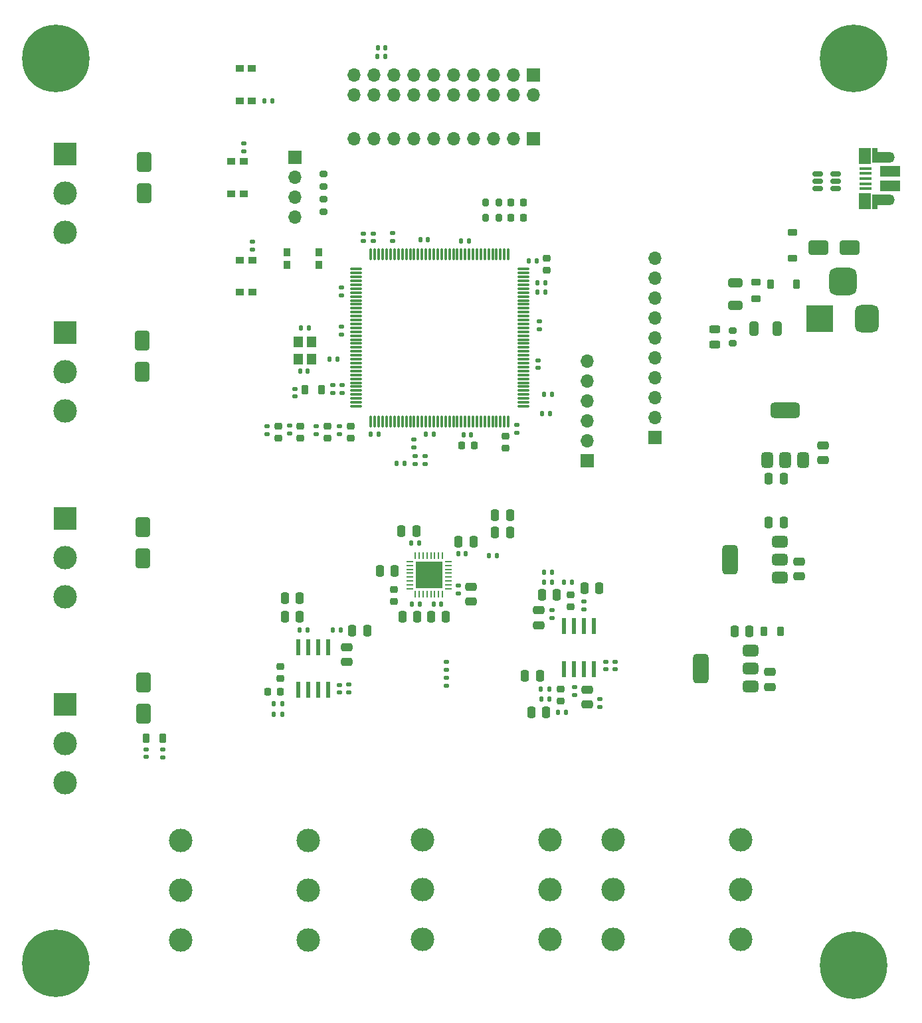
<source format=gbr>
%TF.GenerationSoftware,KiCad,Pcbnew,8.0.5*%
%TF.CreationDate,2024-11-23T22:59:17+07:00*%
%TF.ProjectId,Audio Processor V4,41756469-6f20-4507-926f-636573736f72,rev?*%
%TF.SameCoordinates,Original*%
%TF.FileFunction,Soldermask,Top*%
%TF.FilePolarity,Negative*%
%FSLAX46Y46*%
G04 Gerber Fmt 4.6, Leading zero omitted, Abs format (unit mm)*
G04 Created by KiCad (PCBNEW 8.0.5) date 2024-11-23 22:59:17*
%MOMM*%
%LPD*%
G01*
G04 APERTURE LIST*
G04 Aperture macros list*
%AMRoundRect*
0 Rectangle with rounded corners*
0 $1 Rounding radius*
0 $2 $3 $4 $5 $6 $7 $8 $9 X,Y pos of 4 corners*
0 Add a 4 corners polygon primitive as box body*
4,1,4,$2,$3,$4,$5,$6,$7,$8,$9,$2,$3,0*
0 Add four circle primitives for the rounded corners*
1,1,$1+$1,$2,$3*
1,1,$1+$1,$4,$5*
1,1,$1+$1,$6,$7*
1,1,$1+$1,$8,$9*
0 Add four rect primitives between the rounded corners*
20,1,$1+$1,$2,$3,$4,$5,0*
20,1,$1+$1,$4,$5,$6,$7,0*
20,1,$1+$1,$6,$7,$8,$9,0*
20,1,$1+$1,$8,$9,$2,$3,0*%
G04 Aperture macros list end*
%ADD10R,1.700000X1.700000*%
%ADD11O,1.700000X1.700000*%
%ADD12RoundRect,0.225000X-0.250000X0.225000X-0.250000X-0.225000X0.250000X-0.225000X0.250000X0.225000X0*%
%ADD13RoundRect,0.135000X-0.185000X0.135000X-0.185000X-0.135000X0.185000X-0.135000X0.185000X0.135000X0*%
%ADD14R,0.600000X2.000000*%
%ADD15RoundRect,0.140000X0.170000X-0.140000X0.170000X0.140000X-0.170000X0.140000X-0.170000X-0.140000X0*%
%ADD16RoundRect,0.135000X-0.135000X-0.185000X0.135000X-0.185000X0.135000X0.185000X-0.135000X0.185000X0*%
%ADD17RoundRect,0.250000X0.250000X0.475000X-0.250000X0.475000X-0.250000X-0.475000X0.250000X-0.475000X0*%
%ADD18RoundRect,0.135000X0.185000X-0.135000X0.185000X0.135000X-0.185000X0.135000X-0.185000X-0.135000X0*%
%ADD19RoundRect,0.250000X0.475000X-0.250000X0.475000X0.250000X-0.475000X0.250000X-0.475000X-0.250000X0*%
%ADD20RoundRect,0.200000X0.200000X0.275000X-0.200000X0.275000X-0.200000X-0.275000X0.200000X-0.275000X0*%
%ADD21RoundRect,0.250000X-0.250000X-0.475000X0.250000X-0.475000X0.250000X0.475000X-0.250000X0.475000X0*%
%ADD22RoundRect,0.140000X-0.140000X-0.170000X0.140000X-0.170000X0.140000X0.170000X-0.140000X0.170000X0*%
%ADD23C,0.900000*%
%ADD24C,8.600000*%
%ADD25R,3.000000X3.000000*%
%ADD26C,3.000000*%
%ADD27RoundRect,0.140000X0.140000X0.170000X-0.140000X0.170000X-0.140000X-0.170000X0.140000X-0.170000X0*%
%ADD28RoundRect,0.218750X-0.381250X0.218750X-0.381250X-0.218750X0.381250X-0.218750X0.381250X0.218750X0*%
%ADD29R,1.200000X1.400000*%
%ADD30R,1.000000X0.900000*%
%ADD31RoundRect,0.225000X0.250000X-0.225000X0.250000X0.225000X-0.250000X0.225000X-0.250000X-0.225000X0*%
%ADD32RoundRect,0.218750X0.218750X0.256250X-0.218750X0.256250X-0.218750X-0.256250X0.218750X-0.256250X0*%
%ADD33RoundRect,0.140000X-0.170000X0.140000X-0.170000X-0.140000X0.170000X-0.140000X0.170000X0.140000X0*%
%ADD34RoundRect,0.135000X0.135000X0.185000X-0.135000X0.185000X-0.135000X-0.185000X0.135000X-0.185000X0*%
%ADD35RoundRect,0.243750X-0.456250X0.243750X-0.456250X-0.243750X0.456250X-0.243750X0.456250X0.243750X0*%
%ADD36RoundRect,0.200000X0.275000X-0.200000X0.275000X0.200000X-0.275000X0.200000X-0.275000X-0.200000X0*%
%ADD37RoundRect,0.218750X0.218750X0.381250X-0.218750X0.381250X-0.218750X-0.381250X0.218750X-0.381250X0*%
%ADD38RoundRect,0.250000X-0.475000X0.250000X-0.475000X-0.250000X0.475000X-0.250000X0.475000X0.250000X0*%
%ADD39RoundRect,0.250000X-0.650000X1.000000X-0.650000X-1.000000X0.650000X-1.000000X0.650000X1.000000X0*%
%ADD40RoundRect,0.375000X0.625000X0.375000X-0.625000X0.375000X-0.625000X-0.375000X0.625000X-0.375000X0*%
%ADD41RoundRect,0.500000X0.500000X1.400000X-0.500000X1.400000X-0.500000X-1.400000X0.500000X-1.400000X0*%
%ADD42RoundRect,0.250000X-1.000000X-0.650000X1.000000X-0.650000X1.000000X0.650000X-1.000000X0.650000X0*%
%ADD43RoundRect,0.375000X0.375000X-0.625000X0.375000X0.625000X-0.375000X0.625000X-0.375000X-0.625000X0*%
%ADD44RoundRect,0.500000X1.400000X-0.500000X1.400000X0.500000X-1.400000X0.500000X-1.400000X-0.500000X0*%
%ADD45RoundRect,0.062500X-0.062500X0.337500X-0.062500X-0.337500X0.062500X-0.337500X0.062500X0.337500X0*%
%ADD46RoundRect,0.062500X-0.337500X0.062500X-0.337500X-0.062500X0.337500X-0.062500X0.337500X0.062500X0*%
%ADD47R,3.500000X3.500000*%
%ADD48RoundRect,0.225000X-0.225000X-0.375000X0.225000X-0.375000X0.225000X0.375000X-0.225000X0.375000X0*%
%ADD49RoundRect,0.150000X0.512500X0.150000X-0.512500X0.150000X-0.512500X-0.150000X0.512500X-0.150000X0*%
%ADD50RoundRect,0.218750X-0.218750X-0.381250X0.218750X-0.381250X0.218750X0.381250X-0.218750X0.381250X0*%
%ADD51RoundRect,0.250000X-0.650000X0.325000X-0.650000X-0.325000X0.650000X-0.325000X0.650000X0.325000X0*%
%ADD52RoundRect,0.225000X0.375000X-0.225000X0.375000X0.225000X-0.375000X0.225000X-0.375000X-0.225000X0*%
%ADD53RoundRect,0.750000X0.750000X1.000000X-0.750000X1.000000X-0.750000X-1.000000X0.750000X-1.000000X0*%
%ADD54RoundRect,0.875000X0.875000X0.875000X-0.875000X0.875000X-0.875000X-0.875000X0.875000X-0.875000X0*%
%ADD55RoundRect,0.225000X0.225000X0.250000X-0.225000X0.250000X-0.225000X-0.250000X0.225000X-0.250000X0*%
%ADD56RoundRect,0.250000X-0.325000X-0.650000X0.325000X-0.650000X0.325000X0.650000X-0.325000X0.650000X0*%
%ADD57R,0.900000X1.000000*%
%ADD58RoundRect,0.075000X-0.662500X-0.075000X0.662500X-0.075000X0.662500X0.075000X-0.662500X0.075000X0*%
%ADD59RoundRect,0.075000X-0.075000X-0.662500X0.075000X-0.662500X0.075000X0.662500X-0.075000X0.662500X0*%
%ADD60R,1.650000X0.400000*%
%ADD61R,0.700000X1.825000*%
%ADD62R,1.500000X2.000000*%
%ADD63R,2.000000X1.350000*%
%ADD64O,1.700000X1.350000*%
%ADD65O,1.500000X1.100000*%
%ADD66R,2.500000X1.430000*%
G04 APERTURE END LIST*
D10*
%TO.C,J2*%
X122029581Y-121430000D03*
D11*
X122029581Y-118890000D03*
X122029581Y-116350000D03*
X122029581Y-113810000D03*
X122029581Y-111270000D03*
X122029581Y-108730000D03*
%TD*%
D12*
%TO.C,C3*%
X111649581Y-118320000D03*
X111649581Y-119870000D03*
%TD*%
D13*
%TO.C,R27*%
X84134581Y-116980000D03*
X84134581Y-118000000D03*
%TD*%
D14*
%TO.C,U12*%
X122939581Y-142555000D03*
X121669581Y-142555000D03*
X120399581Y-142555000D03*
X119129581Y-142555000D03*
X119129581Y-148005000D03*
X120399581Y-148005000D03*
X121669581Y-148005000D03*
X122939581Y-148005000D03*
%TD*%
D15*
%TO.C,C54*%
X90829581Y-112775000D03*
X90829581Y-111815000D03*
%TD*%
D16*
%TO.C,R25*%
X116544581Y-112970000D03*
X117564581Y-112970000D03*
%TD*%
D17*
%TO.C,C29*%
X104019581Y-141370000D03*
X102119581Y-141370000D03*
%TD*%
D12*
%TO.C,C68*%
X118629581Y-150555000D03*
X118629581Y-152105000D03*
%TD*%
D18*
%TO.C,R1*%
X97289581Y-93440000D03*
X97289581Y-92420000D03*
%TD*%
D19*
%TO.C,C70*%
X122059581Y-152530000D03*
X122059581Y-150630000D03*
%TD*%
D20*
%TO.C,R2*%
X110779581Y-90470000D03*
X109129581Y-90470000D03*
%TD*%
D21*
%TO.C,C35*%
X98379581Y-130395000D03*
X100279581Y-130395000D03*
%TD*%
D17*
%TO.C,C64*%
X85404581Y-141370000D03*
X83504581Y-141370000D03*
%TD*%
D22*
%TO.C,C52*%
X95354581Y-68745000D03*
X96314581Y-68745000D03*
%TD*%
D23*
%TO.C,H2*%
X152779581Y-70095000D03*
X153724162Y-67814581D03*
X153724162Y-72375419D03*
X156004581Y-66870000D03*
D24*
X156004581Y-70095000D03*
D23*
X156004581Y-73320000D03*
X158285000Y-67814581D03*
X158285000Y-72375419D03*
X159229581Y-70095000D03*
%TD*%
D16*
%TO.C,R15*%
X115709581Y-99895000D03*
X116729581Y-99895000D03*
%TD*%
D25*
%TO.C,RV3*%
X55504581Y-128795000D03*
D26*
X55504581Y-133795000D03*
X55504581Y-138795000D03*
%TD*%
D27*
%TO.C,C37*%
X86434581Y-110032500D03*
X85474581Y-110032500D03*
%TD*%
D15*
%TO.C,C71*%
X91654581Y-150970000D03*
X91654581Y-150010000D03*
%TD*%
D28*
%TO.C,FB2*%
X143579581Y-98670000D03*
X143579581Y-100795000D03*
%TD*%
D23*
%TO.C,H1*%
X51129562Y-185515000D03*
X52074143Y-183234581D03*
X52074143Y-187795419D03*
X54354562Y-182290000D03*
D24*
X54354562Y-185515000D03*
D23*
X54354562Y-188740000D03*
X56634981Y-183234581D03*
X56634981Y-187795419D03*
X57579562Y-185515000D03*
%TD*%
D13*
%TO.C,R7*%
X101429581Y-120860000D03*
X101429581Y-121880000D03*
%TD*%
D29*
%TO.C,HSE1*%
X85204581Y-106295000D03*
X85204581Y-108495000D03*
X86904581Y-108495000D03*
X86904581Y-106295000D03*
%TD*%
D16*
%TO.C,R16*%
X115739581Y-98767500D03*
X116759581Y-98767500D03*
%TD*%
D30*
%TO.C,SW2*%
X79339581Y-71430000D03*
X79339581Y-75530000D03*
X77739581Y-71430000D03*
X77739581Y-75530000D03*
%TD*%
D16*
%TO.C,R33*%
X116539581Y-135655000D03*
X117559581Y-135655000D03*
%TD*%
D17*
%TO.C,C31*%
X100399581Y-141370000D03*
X98499581Y-141370000D03*
%TD*%
D31*
%TO.C,C66*%
X119979581Y-140105000D03*
X119979581Y-138555000D03*
%TD*%
D18*
%TO.C,R31*%
X104129581Y-150175000D03*
X104129581Y-149155000D03*
%TD*%
D13*
%TO.C,R26*%
X81229581Y-117010000D03*
X81229581Y-118030000D03*
%TD*%
D22*
%TO.C,C23*%
X100774581Y-93270000D03*
X101734581Y-93270000D03*
%TD*%
D32*
%TO.C,D3*%
X113904581Y-88495000D03*
X112329581Y-88495000D03*
%TD*%
D33*
%TO.C,C56*%
X67979581Y-158290000D03*
X67979581Y-159250000D03*
%TD*%
D21*
%TO.C,C73*%
X110304581Y-130545000D03*
X112204581Y-130545000D03*
%TD*%
D16*
%TO.C,R18*%
X95339581Y-69845000D03*
X96359581Y-69845000D03*
%TD*%
D17*
%TO.C,C65*%
X118159581Y-138555000D03*
X116259581Y-138555000D03*
%TD*%
D12*
%TO.C,C59*%
X91929581Y-117045000D03*
X91929581Y-118595000D03*
%TD*%
D34*
%TO.C,R21*%
X83154581Y-152445000D03*
X82134581Y-152445000D03*
%TD*%
D18*
%TO.C,R32*%
X104109581Y-148075000D03*
X104109581Y-147055000D03*
%TD*%
D16*
%TO.C,R22*%
X85419581Y-143045000D03*
X86439581Y-143045000D03*
%TD*%
D27*
%TO.C,C6*%
X95434581Y-118095000D03*
X94474581Y-118095000D03*
%TD*%
D18*
%TO.C,R47*%
X79359581Y-94550000D03*
X79359581Y-93530000D03*
%TD*%
D35*
%TO.C,D12*%
X138304581Y-104707500D03*
X138304581Y-106582500D03*
%TD*%
D13*
%TO.C,R29*%
X90514581Y-117025000D03*
X90514581Y-118045000D03*
%TD*%
D15*
%TO.C,C76*%
X125604581Y-148050000D03*
X125604581Y-147090000D03*
%TD*%
D22*
%TO.C,C36*%
X99649581Y-131920000D03*
X100609581Y-131920000D03*
%TD*%
D36*
%TO.C,R44*%
X140629581Y-106482500D03*
X140629581Y-104832500D03*
%TD*%
D16*
%TO.C,R38*%
X116169581Y-150555000D03*
X117189581Y-150555000D03*
%TD*%
D12*
%TO.C,C60*%
X97419581Y-137825000D03*
X97419581Y-139375000D03*
%TD*%
D17*
%TO.C,C79*%
X116009581Y-148855000D03*
X114109581Y-148855000D03*
%TD*%
D23*
%TO.C,H3*%
X152774143Y-185745419D03*
X153718724Y-183465000D03*
X153718724Y-188025838D03*
X155999143Y-182520419D03*
D24*
X155999143Y-185745419D03*
D23*
X155999143Y-188970419D03*
X158279562Y-183465000D03*
X158279562Y-188025838D03*
X159224143Y-185745419D03*
%TD*%
D37*
%TO.C,FB1*%
X88217081Y-112370000D03*
X86092081Y-112370000D03*
%TD*%
D26*
%TO.C,IN_JACK1*%
X86479581Y-176245000D03*
X70249581Y-176245000D03*
X86479581Y-182595000D03*
X70249581Y-182595000D03*
X86479581Y-169895000D03*
X70249581Y-169895000D03*
%TD*%
%TO.C,OUT_JACK_R1*%
X141579581Y-176120000D03*
X125349581Y-176120000D03*
X141579581Y-182470000D03*
X125349581Y-182470000D03*
X141579581Y-169770000D03*
X125349581Y-169770000D03*
%TD*%
D22*
%TO.C,C13*%
X105999581Y-93395000D03*
X106959581Y-93395000D03*
%TD*%
D17*
%TO.C,C21*%
X147109581Y-123720000D03*
X145209581Y-123720000D03*
%TD*%
D38*
%TO.C,C26*%
X145379581Y-148370000D03*
X145379581Y-150270000D03*
%TD*%
D15*
%TO.C,C80*%
X93554581Y-93420000D03*
X93554581Y-92460000D03*
%TD*%
%TO.C,C75*%
X90447081Y-150995000D03*
X90447081Y-150035000D03*
%TD*%
D39*
%TO.C,D8*%
X65440831Y-129905000D03*
X65440831Y-133905000D03*
%TD*%
D40*
%TO.C,U2*%
X146599581Y-136382500D03*
X146599581Y-134082500D03*
D41*
X140299581Y-134082500D03*
D40*
X146599581Y-131782500D03*
%TD*%
D18*
%TO.C,R45*%
X78274581Y-81955000D03*
X78274581Y-80935000D03*
%TD*%
D40*
%TO.C,U7*%
X142854581Y-150245000D03*
X142854581Y-147945000D03*
D41*
X136554581Y-147945000D03*
D40*
X142854581Y-145645000D03*
%TD*%
D25*
%TO.C,RV2*%
X55504581Y-105095000D03*
D26*
X55504581Y-110095000D03*
X55504581Y-115095000D03*
%TD*%
D18*
%TO.C,R35*%
X117534581Y-141490000D03*
X117534581Y-140470000D03*
%TD*%
D16*
%TO.C,R36*%
X116174581Y-151830000D03*
X117194581Y-151830000D03*
%TD*%
D19*
%TO.C,C78*%
X115909581Y-142405000D03*
X115909581Y-140505000D03*
%TD*%
%TO.C,C27*%
X107279581Y-139420000D03*
X107279581Y-137520000D03*
%TD*%
D15*
%TO.C,C72*%
X124404581Y-148060000D03*
X124404581Y-147100000D03*
%TD*%
D27*
%TO.C,C32*%
X100689581Y-139740000D03*
X99729581Y-139740000D03*
%TD*%
D22*
%TO.C,C12*%
X114629581Y-95950000D03*
X115589581Y-95950000D03*
%TD*%
D33*
%TO.C,C39*%
X84829581Y-112265000D03*
X84829581Y-113225000D03*
%TD*%
D22*
%TO.C,C34*%
X105599581Y-133295000D03*
X106559581Y-133295000D03*
%TD*%
D17*
%TO.C,C18*%
X147089581Y-129302500D03*
X145189581Y-129302500D03*
%TD*%
D42*
%TO.C,D4*%
X151479581Y-94270000D03*
X155479581Y-94270000D03*
%TD*%
D27*
%TO.C,C8*%
X107259581Y-118135000D03*
X106299581Y-118135000D03*
%TD*%
D43*
%TO.C,U3*%
X145004581Y-121345000D03*
X147304581Y-121345000D03*
D44*
X147304581Y-115045000D03*
D43*
X149604581Y-121345000D03*
%TD*%
D45*
%TO.C,U5*%
X103619581Y-133585000D03*
X103119581Y-133585000D03*
X102619581Y-133585000D03*
X102119581Y-133585000D03*
X101619581Y-133585000D03*
X101119581Y-133585000D03*
X100619581Y-133585000D03*
X100119581Y-133585000D03*
D46*
X99419581Y-134285000D03*
X99419581Y-134785000D03*
X99419581Y-135285000D03*
X99419581Y-135785000D03*
X99419581Y-136285000D03*
X99419581Y-136785000D03*
X99419581Y-137285000D03*
X99419581Y-137785000D03*
D45*
X100119581Y-138485000D03*
X100619581Y-138485000D03*
X101119581Y-138485000D03*
X101619581Y-138485000D03*
X102119581Y-138485000D03*
X102619581Y-138485000D03*
X103119581Y-138485000D03*
X103619581Y-138485000D03*
D46*
X104319581Y-137785000D03*
X104319581Y-137285000D03*
X104319581Y-136785000D03*
X104319581Y-136285000D03*
X104319581Y-135785000D03*
X104319581Y-135285000D03*
X104319581Y-134785000D03*
X104319581Y-134285000D03*
D47*
X101869581Y-136035000D03*
%TD*%
D48*
%TO.C,D1*%
X145454581Y-98882500D03*
X148754581Y-98882500D03*
%TD*%
D27*
%TO.C,C30*%
X103459581Y-139750000D03*
X102499581Y-139750000D03*
%TD*%
D18*
%TO.C,R39*%
X121659581Y-140415000D03*
X121659581Y-139395000D03*
%TD*%
D12*
%TO.C,C57*%
X85519581Y-117005000D03*
X85519581Y-118555000D03*
%TD*%
D13*
%TO.C,R41*%
X120429581Y-150285000D03*
X120429581Y-151305000D03*
%TD*%
D10*
%TO.C,J7*%
X115184581Y-80345000D03*
D11*
X112644581Y-80345000D03*
X110104581Y-80345000D03*
X107564581Y-80345000D03*
X105024581Y-80345000D03*
X102484581Y-80345000D03*
X99944581Y-80345000D03*
X97404581Y-80345000D03*
X94864581Y-80345000D03*
X92324581Y-80345000D03*
%TD*%
D14*
%TO.C,U9*%
X89017081Y-145215000D03*
X87747081Y-145215000D03*
X86477081Y-145215000D03*
X85207081Y-145215000D03*
X85207081Y-150665000D03*
X86477081Y-150665000D03*
X87747081Y-150665000D03*
X89017081Y-150665000D03*
%TD*%
D39*
%TO.C,D6*%
X65594581Y-83345000D03*
X65594581Y-87345000D03*
%TD*%
D30*
%TO.C,SW3*%
X78254581Y-83295000D03*
X78254581Y-87395000D03*
X76654581Y-83295000D03*
X76654581Y-87395000D03*
%TD*%
D15*
%TO.C,C24*%
X94829581Y-93420000D03*
X94829581Y-92460000D03*
%TD*%
D49*
%TO.C,U11*%
X153732081Y-86722500D03*
X153732081Y-85772500D03*
X153732081Y-84822500D03*
X151457081Y-84822500D03*
X151457081Y-85772500D03*
X151457081Y-86722500D03*
%TD*%
D13*
%TO.C,R28*%
X87489581Y-117000000D03*
X87489581Y-118020000D03*
%TD*%
D32*
%TO.C,D10*%
X113917081Y-90470000D03*
X112342081Y-90470000D03*
%TD*%
D16*
%TO.C,R30*%
X89597081Y-143065000D03*
X90617081Y-143065000D03*
%TD*%
D33*
%TO.C,C9*%
X113039581Y-116895000D03*
X113039581Y-117855000D03*
%TD*%
D19*
%TO.C,C19*%
X152079581Y-121395000D03*
X152079581Y-119495000D03*
%TD*%
D17*
%TO.C,C77*%
X85404581Y-138970000D03*
X83504581Y-138970000D03*
%TD*%
D10*
%TO.C,J6*%
X84779581Y-82720000D03*
D11*
X84779581Y-85260000D03*
X84779581Y-87800000D03*
X84779581Y-90340000D03*
%TD*%
D39*
%TO.C,D9*%
X65469581Y-149740000D03*
X65469581Y-153740000D03*
%TD*%
D16*
%TO.C,R46*%
X80919581Y-75560000D03*
X81939581Y-75560000D03*
%TD*%
D27*
%TO.C,C7*%
X102459581Y-118045000D03*
X101499581Y-118045000D03*
%TD*%
D12*
%TO.C,C55*%
X82644581Y-117030000D03*
X82644581Y-118580000D03*
%TD*%
D37*
%TO.C,FB5*%
X146662081Y-143210000D03*
X144537081Y-143210000D03*
%TD*%
D18*
%TO.C,R42*%
X123659581Y-152865000D03*
X123659581Y-151845000D03*
%TD*%
D12*
%TO.C,C41*%
X82904581Y-147695000D03*
X82904581Y-149245000D03*
%TD*%
D25*
%TO.C,RV4*%
X55504581Y-152495000D03*
D26*
X55504581Y-157495000D03*
X55504581Y-162495000D03*
%TD*%
D12*
%TO.C,C58*%
X88919581Y-117030000D03*
X88919581Y-118580000D03*
%TD*%
D38*
%TO.C,C62*%
X91447081Y-145215000D03*
X91447081Y-147115000D03*
%TD*%
D50*
%TO.C,FB3*%
X65867081Y-156820000D03*
X67992081Y-156820000D03*
%TD*%
D15*
%TO.C,C4*%
X90739581Y-105315000D03*
X90739581Y-104355000D03*
%TD*%
D22*
%TO.C,R43*%
X109549581Y-133570000D03*
X110509581Y-133570000D03*
%TD*%
D33*
%TO.C,C10*%
X115809581Y-108665000D03*
X115809581Y-109625000D03*
%TD*%
D21*
%TO.C,C33*%
X105654581Y-131745000D03*
X107554581Y-131745000D03*
%TD*%
D33*
%TO.C,C11*%
X115979581Y-103690000D03*
X115979581Y-104650000D03*
%TD*%
D34*
%TO.C,R34*%
X117569581Y-136905000D03*
X116549581Y-136905000D03*
%TD*%
D21*
%TO.C,C74*%
X110304581Y-128345000D03*
X112204581Y-128345000D03*
%TD*%
D17*
%TO.C,C67*%
X116834581Y-153555000D03*
X114934581Y-153555000D03*
%TD*%
D23*
%TO.C,H4*%
X51085000Y-70089581D03*
X52029581Y-67809162D03*
X52029581Y-72370000D03*
X54310000Y-66864581D03*
D24*
X54310000Y-70089581D03*
D23*
X54310000Y-73314581D03*
X56590419Y-67809162D03*
X56590419Y-72370000D03*
X57535000Y-70089581D03*
%TD*%
D15*
%TO.C,C28*%
X105629581Y-138355000D03*
X105629581Y-137395000D03*
%TD*%
D25*
%TO.C,RV1*%
X55504581Y-82345000D03*
D26*
X55504581Y-87345000D03*
X55504581Y-92345000D03*
%TD*%
D17*
%TO.C,C63*%
X93997081Y-143115000D03*
X92097081Y-143115000D03*
%TD*%
D33*
%TO.C,C1*%
X90689581Y-99370000D03*
X90689581Y-100330000D03*
%TD*%
D36*
%TO.C,R23*%
X88479581Y-86495000D03*
X88479581Y-84845000D03*
%TD*%
D16*
%TO.C,R40*%
X119074581Y-136905000D03*
X120094581Y-136905000D03*
%TD*%
D51*
%TO.C,C15*%
X140904581Y-98707500D03*
X140904581Y-101657500D03*
%TD*%
D39*
%TO.C,D7*%
X65299581Y-106080000D03*
X65299581Y-110080000D03*
%TD*%
D52*
%TO.C,D5*%
X148179581Y-95645000D03*
X148179581Y-92345000D03*
%TD*%
D47*
%TO.C,J1*%
X151689581Y-103300000D03*
D53*
X157689581Y-103300000D03*
D54*
X154689581Y-98600000D03*
%TD*%
D16*
%TO.C,R3*%
X89189581Y-108505000D03*
X90209581Y-108505000D03*
%TD*%
D22*
%TO.C,C38*%
X85584581Y-104495000D03*
X86544581Y-104495000D03*
%TD*%
D55*
%TO.C,C42*%
X82919581Y-150895000D03*
X81369581Y-150895000D03*
%TD*%
D10*
%TO.C,STLINK-CON1*%
X115199581Y-72280000D03*
D11*
X115199581Y-74820000D03*
X112659581Y-72280000D03*
X112659581Y-74820000D03*
X110119581Y-72280000D03*
X110119581Y-74820000D03*
X107579581Y-72280000D03*
X107579581Y-74820000D03*
X105039581Y-72280000D03*
X105039581Y-74820000D03*
X102499581Y-72280000D03*
X102499581Y-74820000D03*
X99959581Y-72280000D03*
X99959581Y-74820000D03*
X97419581Y-72280000D03*
X97419581Y-74820000D03*
X94879581Y-72280000D03*
X94879581Y-74820000D03*
X92339581Y-72280000D03*
X92339581Y-74820000D03*
%TD*%
D56*
%TO.C,C16*%
X143279581Y-104582500D03*
X146229581Y-104582500D03*
%TD*%
D57*
%TO.C,SW1*%
X87869581Y-96480000D03*
X83769581Y-96480000D03*
X87869581Y-94880000D03*
X83769581Y-94880000D03*
%TD*%
D33*
%TO.C,C40*%
X65854581Y-158265000D03*
X65854581Y-159225000D03*
%TD*%
D17*
%TO.C,C61*%
X97499581Y-135530000D03*
X95599581Y-135530000D03*
%TD*%
D16*
%TO.C,R12*%
X82134581Y-153795000D03*
X83154581Y-153795000D03*
%TD*%
D36*
%TO.C,R17*%
X88479581Y-89720000D03*
X88479581Y-88070000D03*
%TD*%
D13*
%TO.C,R13*%
X99929581Y-118735000D03*
X99929581Y-119755000D03*
%TD*%
D21*
%TO.C,C69*%
X121684581Y-137680000D03*
X123584581Y-137680000D03*
%TD*%
D10*
%TO.C,J5*%
X130679581Y-118495000D03*
D11*
X130679581Y-115955000D03*
X130679581Y-113415000D03*
X130679581Y-110875000D03*
X130679581Y-108335000D03*
X130679581Y-105795000D03*
X130679581Y-103255000D03*
X130679581Y-100715000D03*
X130679581Y-98175000D03*
X130679581Y-95635000D03*
%TD*%
D16*
%TO.C,R10*%
X97794581Y-121820000D03*
X98814581Y-121820000D03*
%TD*%
D26*
%TO.C,OUT_JACK_L1*%
X117329581Y-176095000D03*
X101099581Y-176095000D03*
X117329581Y-182445000D03*
X101099581Y-182445000D03*
X117329581Y-169745000D03*
X101099581Y-169745000D03*
%TD*%
D38*
%TO.C,C22*%
X149024581Y-134307500D03*
X149024581Y-136207500D03*
%TD*%
D16*
%TO.C,R24*%
X116304581Y-115445000D03*
X117324581Y-115445000D03*
%TD*%
D31*
%TO.C,C2*%
X116889581Y-97175000D03*
X116889581Y-95625000D03*
%TD*%
D30*
%TO.C,SW4*%
X79349581Y-95860000D03*
X79349581Y-99960000D03*
X77749581Y-95860000D03*
X77749581Y-99960000D03*
%TD*%
D58*
%TO.C,U1*%
X92584581Y-96995000D03*
X92584581Y-97495000D03*
X92584581Y-97995000D03*
X92584581Y-98495000D03*
X92584581Y-98995000D03*
X92584581Y-99495000D03*
X92584581Y-99995000D03*
X92584581Y-100495000D03*
X92584581Y-100995000D03*
X92584581Y-101495000D03*
X92584581Y-101995000D03*
X92584581Y-102495000D03*
X92584581Y-102995000D03*
X92584581Y-103495000D03*
X92584581Y-103995000D03*
X92584581Y-104495000D03*
X92584581Y-104995000D03*
X92584581Y-105495000D03*
X92584581Y-105995000D03*
X92584581Y-106495000D03*
X92584581Y-106995000D03*
X92584581Y-107495000D03*
X92584581Y-107995000D03*
X92584581Y-108495000D03*
X92584581Y-108995000D03*
X92584581Y-109495000D03*
X92584581Y-109995000D03*
X92584581Y-110495000D03*
X92584581Y-110995000D03*
X92584581Y-111495000D03*
X92584581Y-111995000D03*
X92584581Y-112495000D03*
X92584581Y-112995000D03*
X92584581Y-113495000D03*
X92584581Y-113995000D03*
X92584581Y-114495000D03*
D59*
X94497081Y-116407500D03*
X94997081Y-116407500D03*
X95497081Y-116407500D03*
X95997081Y-116407500D03*
X96497081Y-116407500D03*
X96997081Y-116407500D03*
X97497081Y-116407500D03*
X97997081Y-116407500D03*
X98497081Y-116407500D03*
X98997081Y-116407500D03*
X99497081Y-116407500D03*
X99997081Y-116407500D03*
X100497081Y-116407500D03*
X100997081Y-116407500D03*
X101497081Y-116407500D03*
X101997081Y-116407500D03*
X102497081Y-116407500D03*
X102997081Y-116407500D03*
X103497081Y-116407500D03*
X103997081Y-116407500D03*
X104497081Y-116407500D03*
X104997081Y-116407500D03*
X105497081Y-116407500D03*
X105997081Y-116407500D03*
X106497081Y-116407500D03*
X106997081Y-116407500D03*
X107497081Y-116407500D03*
X107997081Y-116407500D03*
X108497081Y-116407500D03*
X108997081Y-116407500D03*
X109497081Y-116407500D03*
X109997081Y-116407500D03*
X110497081Y-116407500D03*
X110997081Y-116407500D03*
X111497081Y-116407500D03*
X111997081Y-116407500D03*
D58*
X113909581Y-114495000D03*
X113909581Y-113995000D03*
X113909581Y-113495000D03*
X113909581Y-112995000D03*
X113909581Y-112495000D03*
X113909581Y-111995000D03*
X113909581Y-111495000D03*
X113909581Y-110995000D03*
X113909581Y-110495000D03*
X113909581Y-109995000D03*
X113909581Y-109495000D03*
X113909581Y-108995000D03*
X113909581Y-108495000D03*
X113909581Y-107995000D03*
X113909581Y-107495000D03*
X113909581Y-106995000D03*
X113909581Y-106495000D03*
X113909581Y-105995000D03*
X113909581Y-105495000D03*
X113909581Y-104995000D03*
X113909581Y-104495000D03*
X113909581Y-103995000D03*
X113909581Y-103495000D03*
X113909581Y-102995000D03*
X113909581Y-102495000D03*
X113909581Y-101995000D03*
X113909581Y-101495000D03*
X113909581Y-100995000D03*
X113909581Y-100495000D03*
X113909581Y-99995000D03*
X113909581Y-99495000D03*
X113909581Y-98995000D03*
X113909581Y-98495000D03*
X113909581Y-97995000D03*
X113909581Y-97495000D03*
X113909581Y-96995000D03*
D59*
X111997081Y-95082500D03*
X111497081Y-95082500D03*
X110997081Y-95082500D03*
X110497081Y-95082500D03*
X109997081Y-95082500D03*
X109497081Y-95082500D03*
X108997081Y-95082500D03*
X108497081Y-95082500D03*
X107997081Y-95082500D03*
X107497081Y-95082500D03*
X106997081Y-95082500D03*
X106497081Y-95082500D03*
X105997081Y-95082500D03*
X105497081Y-95082500D03*
X104997081Y-95082500D03*
X104497081Y-95082500D03*
X103997081Y-95082500D03*
X103497081Y-95082500D03*
X102997081Y-95082500D03*
X102497081Y-95082500D03*
X101997081Y-95082500D03*
X101497081Y-95082500D03*
X100997081Y-95082500D03*
X100497081Y-95082500D03*
X99997081Y-95082500D03*
X99497081Y-95082500D03*
X98997081Y-95082500D03*
X98497081Y-95082500D03*
X97997081Y-95082500D03*
X97497081Y-95082500D03*
X96997081Y-95082500D03*
X96497081Y-95082500D03*
X95997081Y-95082500D03*
X95497081Y-95082500D03*
X94997081Y-95082500D03*
X94497081Y-95082500D03*
%TD*%
D55*
%TO.C,C14*%
X107624581Y-119505000D03*
X106074581Y-119505000D03*
%TD*%
D16*
%TO.C,R37*%
X118324581Y-153530000D03*
X119344581Y-153530000D03*
%TD*%
D15*
%TO.C,C53*%
X89629581Y-112775000D03*
X89629581Y-111815000D03*
%TD*%
D13*
%TO.C,R11*%
X100104581Y-120860000D03*
X100104581Y-121880000D03*
%TD*%
D17*
%TO.C,C25*%
X142724581Y-143185000D03*
X140824581Y-143185000D03*
%TD*%
D20*
%TO.C,R20*%
X110767081Y-88495000D03*
X109117081Y-88495000D03*
%TD*%
D60*
%TO.C,J4*%
X157554581Y-86760000D03*
X157554581Y-86110000D03*
X157554581Y-85460000D03*
X157554581Y-84810000D03*
X157554581Y-84160000D03*
D61*
X158754581Y-88410000D03*
D62*
X157454581Y-88310000D03*
D63*
X159504581Y-88190000D03*
D64*
X160434581Y-88190000D03*
D65*
X157434581Y-87880000D03*
D66*
X160704581Y-86420000D03*
X160704581Y-84500000D03*
D65*
X157434581Y-83040000D03*
D64*
X160434581Y-82730000D03*
D63*
X159504581Y-82710000D03*
D62*
X157434581Y-82560000D03*
D61*
X158754581Y-82460000D03*
%TD*%
M02*

</source>
